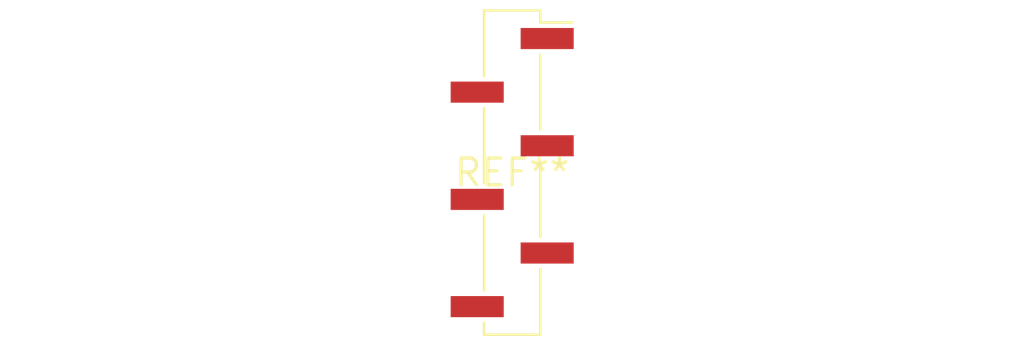
<source format=kicad_pcb>
(kicad_pcb (version 20240108) (generator pcbnew)
  (layers (0 "F.Cu" signal) (31 "B.Cu" signal) (34 "B.Paste" user) (35 "F.Paste" user) (36 "B.SilkS" user "B.Silkscreen") (37 "F.SilkS" user "F.Silkscreen") (38 "B.Mask" user) (39 "F.Mask" user) (44 "Edge.Cuts" user))
  (net 0 "")
  (footprint "PinHeader_1x06_P2.54mm_Vertical_SMD_Pin1Right" (layer "F.Cu") (at 0 0)
    (property "Reference" "REF**")
    (property "Value" "PinHeader_1x06_P2.54mm_Vertical_SMD_Pin1Right")
    (fp_line (start -1.33 -7.68) (end -1.33 -4.57) (layer "F.SilkS") (stroke (width 0.12)))
    (fp_line (start -1.33 -7.68) (end 1.33 -7.68) (layer "F.SilkS") (stroke (width 0.12)))
    (fp_line (start -1.33 -3.05) (end -1.33 0.51) (layer "F.SilkS") (stroke (width 0.12)))
    (fp_line (start -1.33 2.03) (end -1.33 5.59) (layer "F.SilkS") (stroke (width 0.12)))
    (fp_line (start -1.33 7.11) (end -1.33 7.68) (layer "F.SilkS") (stroke (width 0.12)))
    (fp_line (start -1.33 7.68) (end 1.33 7.68) (layer "F.SilkS") (stroke (width 0.12)))
    (fp_line (start 1.33 -7.68) (end 1.33 -7.11) (layer "F.SilkS") (stroke (width 0.12)))
    (fp_line (start 1.33 -7.11) (end 2.85 -7.11) (layer "F.SilkS") (stroke (width 0.12)))
    (fp_line (start 1.33 -5.59) (end 1.33 -2.03) (layer "F.SilkS") (stroke (width 0.12)))
    (fp_line (start 1.33 -0.51) (end 1.33 3.05) (layer "F.SilkS") (stroke (width 0.12)))
    (fp_line (start 1.33 4.57) (end 1.33 7.68) (layer "F.SilkS") (stroke (width 0.12)))
    (pad "1" smd rect (at 1.655 -6.35) (size 2.51 1) (layers "F.Cu" "F.Paste" "F.Mask"))
    (pad "2" smd rect (at -1.655 -3.81) (size 2.51 1) (layers "F.Cu" "F.Paste" "F.Mask"))
    (pad "3" smd rect (at 1.655 -1.27) (size 2.51 1) (layers "F.Cu" "F.Paste" "F.Mask"))
    (pad "4" smd rect (at -1.655 1.27) (size 2.51 1) (layers "F.Cu" "F.Paste" "F.Mask"))
    (pad "5" smd rect (at 1.655 3.81) (size 2.51 1) (layers "F.Cu" "F.Paste" "F.Mask"))
    (pad "6" smd rect (at -1.655 6.35) (size 2.51 1) (layers "F.Cu" "F.Paste" "F.Mask"))
  )
)
</source>
